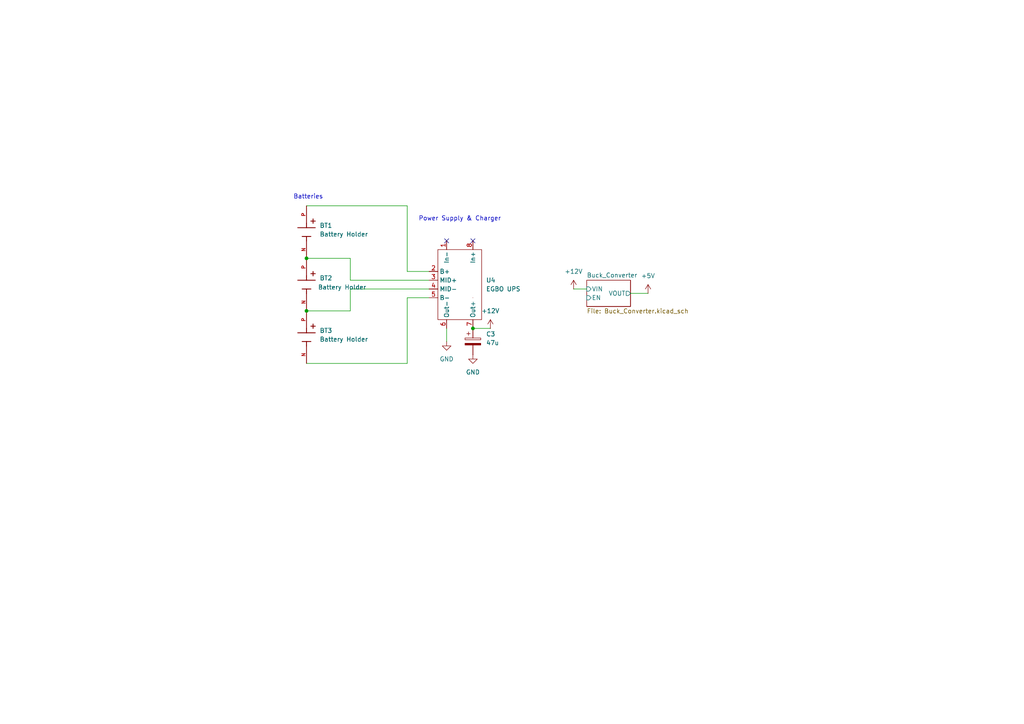
<source format=kicad_sch>
(kicad_sch
	(version 20250114)
	(generator "eeschema")
	(generator_version "9.0")
	(uuid "2a483e07-b141-4716-a790-46e9fe5a1527")
	(paper "A4")
	(lib_symbols
		(symbol "Device:C_Polarized"
			(pin_numbers
				(hide yes)
			)
			(pin_names
				(offset 0.254)
			)
			(exclude_from_sim no)
			(in_bom yes)
			(on_board yes)
			(property "Reference" "C"
				(at 0.635 2.54 0)
				(effects
					(font
						(size 1.27 1.27)
					)
					(justify left)
				)
			)
			(property "Value" "C_Polarized"
				(at 0.635 -2.54 0)
				(effects
					(font
						(size 1.27 1.27)
					)
					(justify left)
				)
			)
			(property "Footprint" ""
				(at 0.9652 -3.81 0)
				(effects
					(font
						(size 1.27 1.27)
					)
					(hide yes)
				)
			)
			(property "Datasheet" "~"
				(at 0 0 0)
				(effects
					(font
						(size 1.27 1.27)
					)
					(hide yes)
				)
			)
			(property "Description" "Polarized capacitor"
				(at 0 0 0)
				(effects
					(font
						(size 1.27 1.27)
					)
					(hide yes)
				)
			)
			(property "ki_keywords" "cap capacitor"
				(at 0 0 0)
				(effects
					(font
						(size 1.27 1.27)
					)
					(hide yes)
				)
			)
			(property "ki_fp_filters" "CP_*"
				(at 0 0 0)
				(effects
					(font
						(size 1.27 1.27)
					)
					(hide yes)
				)
			)
			(symbol "C_Polarized_0_1"
				(rectangle
					(start -2.286 0.508)
					(end 2.286 1.016)
					(stroke
						(width 0)
						(type default)
					)
					(fill
						(type none)
					)
				)
				(polyline
					(pts
						(xy -1.778 2.286) (xy -0.762 2.286)
					)
					(stroke
						(width 0)
						(type default)
					)
					(fill
						(type none)
					)
				)
				(polyline
					(pts
						(xy -1.27 2.794) (xy -1.27 1.778)
					)
					(stroke
						(width 0)
						(type default)
					)
					(fill
						(type none)
					)
				)
				(rectangle
					(start 2.286 -0.508)
					(end -2.286 -1.016)
					(stroke
						(width 0)
						(type default)
					)
					(fill
						(type outline)
					)
				)
			)
			(symbol "C_Polarized_1_1"
				(pin passive line
					(at 0 3.81 270)
					(length 2.794)
					(name "~"
						(effects
							(font
								(size 1.27 1.27)
							)
						)
					)
					(number "1"
						(effects
							(font
								(size 1.27 1.27)
							)
						)
					)
				)
				(pin passive line
					(at 0 -3.81 90)
					(length 2.794)
					(name "~"
						(effects
							(font
								(size 1.27 1.27)
							)
						)
					)
					(number "2"
						(effects
							(font
								(size 1.27 1.27)
							)
						)
					)
				)
			)
			(embedded_fonts no)
		)
		(symbol "power:+12V"
			(power)
			(pin_numbers
				(hide yes)
			)
			(pin_names
				(offset 0)
				(hide yes)
			)
			(exclude_from_sim no)
			(in_bom yes)
			(on_board yes)
			(property "Reference" "#PWR"
				(at 0 -3.81 0)
				(effects
					(font
						(size 1.27 1.27)
					)
					(hide yes)
				)
			)
			(property "Value" "+12V"
				(at 0 3.556 0)
				(effects
					(font
						(size 1.27 1.27)
					)
				)
			)
			(property "Footprint" ""
				(at 0 0 0)
				(effects
					(font
						(size 1.27 1.27)
					)
					(hide yes)
				)
			)
			(property "Datasheet" ""
				(at 0 0 0)
				(effects
					(font
						(size 1.27 1.27)
					)
					(hide yes)
				)
			)
			(property "Description" "Power symbol creates a global label with name \"+12V\""
				(at 0 0 0)
				(effects
					(font
						(size 1.27 1.27)
					)
					(hide yes)
				)
			)
			(property "ki_keywords" "global power"
				(at 0 0 0)
				(effects
					(font
						(size 1.27 1.27)
					)
					(hide yes)
				)
			)
			(symbol "+12V_0_1"
				(polyline
					(pts
						(xy -0.762 1.27) (xy 0 2.54)
					)
					(stroke
						(width 0)
						(type default)
					)
					(fill
						(type none)
					)
				)
				(polyline
					(pts
						(xy 0 2.54) (xy 0.762 1.27)
					)
					(stroke
						(width 0)
						(type default)
					)
					(fill
						(type none)
					)
				)
				(polyline
					(pts
						(xy 0 0) (xy 0 2.54)
					)
					(stroke
						(width 0)
						(type default)
					)
					(fill
						(type none)
					)
				)
			)
			(symbol "+12V_1_1"
				(pin power_in line
					(at 0 0 90)
					(length 0)
					(name "~"
						(effects
							(font
								(size 1.27 1.27)
							)
						)
					)
					(number "1"
						(effects
							(font
								(size 1.27 1.27)
							)
						)
					)
				)
			)
			(embedded_fonts no)
		)
		(symbol "power:+5V"
			(power)
			(pin_numbers
				(hide yes)
			)
			(pin_names
				(offset 0)
				(hide yes)
			)
			(exclude_from_sim no)
			(in_bom yes)
			(on_board yes)
			(property "Reference" "#PWR"
				(at 0 -3.81 0)
				(effects
					(font
						(size 1.27 1.27)
					)
					(hide yes)
				)
			)
			(property "Value" "+5V"
				(at 0 3.556 0)
				(effects
					(font
						(size 1.27 1.27)
					)
				)
			)
			(property "Footprint" ""
				(at 0 0 0)
				(effects
					(font
						(size 1.27 1.27)
					)
					(hide yes)
				)
			)
			(property "Datasheet" ""
				(at 0 0 0)
				(effects
					(font
						(size 1.27 1.27)
					)
					(hide yes)
				)
			)
			(property "Description" "Power symbol creates a global label with name \"+5V\""
				(at 0 0 0)
				(effects
					(font
						(size 1.27 1.27)
					)
					(hide yes)
				)
			)
			(property "ki_keywords" "global power"
				(at 0 0 0)
				(effects
					(font
						(size 1.27 1.27)
					)
					(hide yes)
				)
			)
			(symbol "+5V_0_1"
				(polyline
					(pts
						(xy -0.762 1.27) (xy 0 2.54)
					)
					(stroke
						(width 0)
						(type default)
					)
					(fill
						(type none)
					)
				)
				(polyline
					(pts
						(xy 0 2.54) (xy 0.762 1.27)
					)
					(stroke
						(width 0)
						(type default)
					)
					(fill
						(type none)
					)
				)
				(polyline
					(pts
						(xy 0 0) (xy 0 2.54)
					)
					(stroke
						(width 0)
						(type default)
					)
					(fill
						(type none)
					)
				)
			)
			(symbol "+5V_1_1"
				(pin power_in line
					(at 0 0 90)
					(length 0)
					(name "~"
						(effects
							(font
								(size 1.27 1.27)
							)
						)
					)
					(number "1"
						(effects
							(font
								(size 1.27 1.27)
							)
						)
					)
				)
			)
			(embedded_fonts no)
		)
		(symbol "power:GND"
			(power)
			(pin_numbers
				(hide yes)
			)
			(pin_names
				(offset 0)
				(hide yes)
			)
			(exclude_from_sim no)
			(in_bom yes)
			(on_board yes)
			(property "Reference" "#PWR"
				(at 0 -6.35 0)
				(effects
					(font
						(size 1.27 1.27)
					)
					(hide yes)
				)
			)
			(property "Value" "GND"
				(at 0 -3.81 0)
				(effects
					(font
						(size 1.27 1.27)
					)
				)
			)
			(property "Footprint" ""
				(at 0 0 0)
				(effects
					(font
						(size 1.27 1.27)
					)
					(hide yes)
				)
			)
			(property "Datasheet" ""
				(at 0 0 0)
				(effects
					(font
						(size 1.27 1.27)
					)
					(hide yes)
				)
			)
			(property "Description" "Power symbol creates a global label with name \"GND\" , ground"
				(at 0 0 0)
				(effects
					(font
						(size 1.27 1.27)
					)
					(hide yes)
				)
			)
			(property "ki_keywords" "global power"
				(at 0 0 0)
				(effects
					(font
						(size 1.27 1.27)
					)
					(hide yes)
				)
			)
			(symbol "GND_0_1"
				(polyline
					(pts
						(xy 0 0) (xy 0 -1.27) (xy 1.27 -1.27) (xy 0 -2.54) (xy -1.27 -1.27) (xy 0 -1.27)
					)
					(stroke
						(width 0)
						(type default)
					)
					(fill
						(type none)
					)
				)
			)
			(symbol "GND_1_1"
				(pin power_in line
					(at 0 0 270)
					(length 0)
					(name "~"
						(effects
							(font
								(size 1.27 1.27)
							)
						)
					)
					(number "1"
						(effects
							(font
								(size 1.27 1.27)
							)
						)
					)
				)
			)
			(embedded_fonts no)
		)
		(symbol "spinning_top:Battery Holder"
			(pin_names
				(offset 1.016)
			)
			(exclude_from_sim no)
			(in_bom yes)
			(on_board yes)
			(property "Reference" "BT"
				(at -1.27 3.81 0)
				(effects
					(font
						(size 1.27 1.27)
					)
					(justify left bottom)
					(hide yes)
				)
			)
			(property "Value" "Battery Holder"
				(at -5.842 -4.572 0)
				(effects
					(font
						(size 1.27 1.27)
					)
					(justify left bottom)
					(hide yes)
				)
			)
			(property "Footprint" "1042:BAT_1042"
				(at 0.762 6.35 0)
				(effects
					(font
						(size 1.27 1.27)
					)
					(justify bottom)
					(hide yes)
				)
			)
			(property "Datasheet" ""
				(at 0 0 0)
				(effects
					(font
						(size 1.27 1.27)
					)
					(hide yes)
				)
			)
			(property "Description" ""
				(at 0 0 0)
				(effects
					(font
						(size 1.27 1.27)
					)
					(hide yes)
				)
			)
			(symbol "Battery Holder_0_0"
				(polyline
					(pts
						(xy -3.81 1.905) (xy -2.54 1.905)
					)
					(stroke
						(width 0.254)
						(type default)
					)
					(fill
						(type none)
					)
				)
				(polyline
					(pts
						(xy -3.175 2.54) (xy -3.175 1.27)
					)
					(stroke
						(width 0.254)
						(type default)
					)
					(fill
						(type none)
					)
				)
				(polyline
					(pts
						(xy -1.27 2.54) (xy -1.27 0)
					)
					(stroke
						(width 0.254)
						(type default)
					)
					(fill
						(type none)
					)
				)
				(polyline
					(pts
						(xy -1.27 0) (xy -2.54 0)
					)
					(stroke
						(width 0.254)
						(type default)
					)
					(fill
						(type none)
					)
				)
				(polyline
					(pts
						(xy -1.27 0) (xy -1.27 -2.54)
					)
					(stroke
						(width 0.254)
						(type default)
					)
					(fill
						(type none)
					)
				)
				(polyline
					(pts
						(xy 1.27 1.27) (xy 1.27 0)
					)
					(stroke
						(width 0.254)
						(type default)
					)
					(fill
						(type none)
					)
				)
				(polyline
					(pts
						(xy 1.27 0) (xy 1.27 -1.27)
					)
					(stroke
						(width 0.254)
						(type default)
					)
					(fill
						(type none)
					)
				)
				(polyline
					(pts
						(xy 1.27 0) (xy 2.54 0)
					)
					(stroke
						(width 0.254)
						(type default)
					)
					(fill
						(type none)
					)
				)
				(pin passive line
					(at -7.62 0 0)
					(length 5.08)
					(name "~"
						(effects
							(font
								(size 1.016 1.016)
							)
						)
					)
					(number "P"
						(effects
							(font
								(size 1.016 1.016)
							)
						)
					)
				)
				(pin passive line
					(at 7.62 0 180)
					(length 5.08)
					(name "~"
						(effects
							(font
								(size 1.016 1.016)
							)
						)
					)
					(number "N"
						(effects
							(font
								(size 1.016 1.016)
							)
						)
					)
				)
			)
			(embedded_fonts no)
		)
		(symbol "spinning_top:EGBO_UPS"
			(exclude_from_sim no)
			(in_bom yes)
			(on_board yes)
			(property "Reference" "U"
				(at 0 0 0)
				(effects
					(font
						(size 1.27 1.27)
					)
				)
			)
			(property "Value" "Power Supply & Charger"
				(at 0 0 0)
				(effects
					(font
						(size 1.27 1.27)
					)
				)
			)
			(property "Footprint" ""
				(at 0 0 0)
				(effects
					(font
						(size 1.27 1.27)
					)
					(hide yes)
				)
			)
			(property "Datasheet" ""
				(at 0 0 0)
				(effects
					(font
						(size 1.27 1.27)
					)
					(hide yes)
				)
			)
			(property "Description" ""
				(at 0 0 0)
				(effects
					(font
						(size 1.27 1.27)
					)
					(hide yes)
				)
			)
			(symbol "EGBO_UPS_0_1"
				(rectangle
					(start -6.35 10.16)
					(end 6.35 -10.16)
					(stroke
						(width 0)
						(type default)
					)
					(fill
						(type none)
					)
				)
				(rectangle
					(start 3.81 -3.81)
					(end 3.81 -3.81)
					(stroke
						(width 0)
						(type default)
					)
					(fill
						(type none)
					)
				)
			)
			(symbol "EGBO_UPS_1_1"
				(pin bidirectional line
					(at -8.89 3.81 0)
					(length 2.54)
					(name "B+"
						(effects
							(font
								(size 1.27 1.27)
							)
						)
					)
					(number "2"
						(effects
							(font
								(size 1.27 1.27)
							)
						)
					)
				)
				(pin bidirectional line
					(at -8.89 1.27 0)
					(length 2.54)
					(name "MID+"
						(effects
							(font
								(size 1.27 1.27)
							)
						)
					)
					(number "3"
						(effects
							(font
								(size 1.27 1.27)
							)
						)
					)
				)
				(pin bidirectional line
					(at -8.89 -1.27 0)
					(length 2.54)
					(name "MID-"
						(effects
							(font
								(size 1.27 1.27)
							)
						)
					)
					(number "4"
						(effects
							(font
								(size 1.27 1.27)
							)
						)
					)
				)
				(pin bidirectional line
					(at -8.89 -3.81 0)
					(length 2.54)
					(name "B-"
						(effects
							(font
								(size 1.27 1.27)
							)
						)
					)
					(number "5"
						(effects
							(font
								(size 1.27 1.27)
							)
						)
					)
				)
				(pin power_in line
					(at -3.81 12.7 270)
					(length 2.54)
					(name "In-"
						(effects
							(font
								(size 1.27 1.27)
							)
						)
					)
					(number "1"
						(effects
							(font
								(size 1.27 1.27)
							)
						)
					)
				)
				(pin power_out line
					(at -3.81 -12.7 90)
					(length 2.54)
					(name "Out-"
						(effects
							(font
								(size 1.27 1.27)
							)
						)
					)
					(number "6"
						(effects
							(font
								(size 1.27 1.27)
							)
						)
					)
				)
				(pin power_in line
					(at 3.81 12.7 270)
					(length 2.54)
					(name "In+"
						(effects
							(font
								(size 1.27 1.27)
							)
						)
					)
					(number "8"
						(effects
							(font
								(size 1.27 1.27)
							)
						)
					)
				)
				(pin power_out line
					(at 3.81 -12.7 90)
					(length 2.54)
					(name "Out+"
						(effects
							(font
								(size 1.27 1.27)
							)
						)
					)
					(number "7"
						(effects
							(font
								(size 1.27 1.27)
							)
						)
					)
				)
			)
			(embedded_fonts no)
		)
	)
	(text "Batteries\n"
		(exclude_from_sim no)
		(at 89.408 57.15 0)
		(effects
			(font
				(size 1.27 1.27)
			)
		)
		(uuid "1790bbf5-4a9e-4b4a-98c4-aeb35d214439")
	)
	(text "Power Supply & Charger \n"
		(exclude_from_sim no)
		(at 133.858 63.5 0)
		(effects
			(font
				(size 1.27 1.27)
			)
		)
		(uuid "66b5cb59-0a47-410d-81a7-d5558af7d93b")
	)
	(junction
		(at 137.16 95.25)
		(diameter 0)
		(color 0 0 0 0)
		(uuid "0209dd73-77af-4580-856a-49442ce6fd67")
	)
	(junction
		(at 88.9 74.93)
		(diameter 0)
		(color 0 0 0 0)
		(uuid "562c5797-7456-4646-ae7e-49cf9eacc128")
	)
	(junction
		(at 88.9 90.17)
		(diameter 0)
		(color 0 0 0 0)
		(uuid "b438268c-1bb3-4302-9cf4-46c4fcbb6ddd")
	)
	(no_connect
		(at 137.16 69.85)
		(uuid "17e2d199-0845-402c-93fd-034b481b61b8")
	)
	(no_connect
		(at 129.54 69.85)
		(uuid "97cc29dc-19de-4324-af2b-e1b5758a6498")
	)
	(wire
		(pts
			(xy 101.6 74.93) (xy 101.6 81.28)
		)
		(stroke
			(width 0)
			(type default)
		)
		(uuid "04ca7f42-0da0-44fd-9419-647edd1fd526")
	)
	(wire
		(pts
			(xy 101.6 83.82) (xy 124.46 83.82)
		)
		(stroke
			(width 0)
			(type default)
		)
		(uuid "117b73a4-7856-400e-a165-698f37e43797")
	)
	(wire
		(pts
			(xy 101.6 90.17) (xy 101.6 83.82)
		)
		(stroke
			(width 0)
			(type default)
		)
		(uuid "1c607b15-9544-4cb0-91fd-cb5bb8256596")
	)
	(wire
		(pts
			(xy 88.9 59.69) (xy 118.11 59.69)
		)
		(stroke
			(width 0)
			(type default)
		)
		(uuid "52a68b4f-bbe0-4876-a4d8-21703cbee1da")
	)
	(wire
		(pts
			(xy 129.54 95.25) (xy 129.54 99.06)
		)
		(stroke
			(width 0)
			(type default)
		)
		(uuid "5a1ff1d3-26f9-41fa-acc8-961037c3fea9")
	)
	(wire
		(pts
			(xy 88.9 105.41) (xy 118.11 105.41)
		)
		(stroke
			(width 0)
			(type default)
		)
		(uuid "5c9ed59f-5c75-42b4-b9a5-bf492fc75f81")
	)
	(wire
		(pts
			(xy 118.11 86.36) (xy 124.46 86.36)
		)
		(stroke
			(width 0)
			(type default)
		)
		(uuid "75986b83-3565-4e1e-ab22-5bc2ce614101")
	)
	(wire
		(pts
			(xy 88.9 90.17) (xy 101.6 90.17)
		)
		(stroke
			(width 0)
			(type default)
		)
		(uuid "76107b2f-c101-424c-8d38-12313fcb77cb")
	)
	(wire
		(pts
			(xy 118.11 78.74) (xy 124.46 78.74)
		)
		(stroke
			(width 0)
			(type default)
		)
		(uuid "9457bae1-5c1c-48b4-ae6f-be3cbe53c36a")
	)
	(wire
		(pts
			(xy 88.9 74.93) (xy 101.6 74.93)
		)
		(stroke
			(width 0)
			(type default)
		)
		(uuid "a4712b1a-e327-41dd-a634-2d27ee42a586")
	)
	(wire
		(pts
			(xy 101.6 81.28) (xy 124.46 81.28)
		)
		(stroke
			(width 0)
			(type default)
		)
		(uuid "d2181d33-2b0f-4f81-b956-03f9a05d6846")
	)
	(wire
		(pts
			(xy 137.16 95.25) (xy 142.24 95.25)
		)
		(stroke
			(width 0)
			(type default)
		)
		(uuid "d2bb9eaa-d5d7-45db-8afa-5b877f772fb4")
	)
	(wire
		(pts
			(xy 118.11 59.69) (xy 118.11 78.74)
		)
		(stroke
			(width 0)
			(type default)
		)
		(uuid "d8e6a72d-390c-4573-8233-fd6aa411ac59")
	)
	(wire
		(pts
			(xy 182.88 85.09) (xy 187.96 85.09)
		)
		(stroke
			(width 0)
			(type default)
		)
		(uuid "e62d88fc-7a33-4881-a45a-95b02f53a0ca")
	)
	(wire
		(pts
			(xy 118.11 105.41) (xy 118.11 86.36)
		)
		(stroke
			(width 0)
			(type default)
		)
		(uuid "fee5a8b6-33cc-4441-bfa4-e19613ec2703")
	)
	(wire
		(pts
			(xy 166.37 83.82) (xy 170.18 83.82)
		)
		(stroke
			(width 0)
			(type default)
		)
		(uuid "ff7bacfe-a3fe-4f59-b791-7304d71df75e")
	)
	(symbol
		(lib_id "spinning_top:EGBO_UPS")
		(at 133.35 82.55 0)
		(unit 1)
		(exclude_from_sim no)
		(in_bom yes)
		(on_board yes)
		(dnp no)
		(fields_autoplaced yes)
		(uuid "1ac2226a-4bae-479d-9f10-5b2f4e166b33")
		(property "Reference" "U4"
			(at 140.97 81.2799 0)
			(effects
				(font
					(size 1.27 1.27)
				)
				(justify left)
			)
		)
		(property "Value" "EGBO UPS"
			(at 140.97 83.8199 0)
			(effects
				(font
					(size 1.27 1.27)
				)
				(justify left)
			)
		)
		(property "Footprint" ""
			(at 133.35 82.55 0)
			(effects
				(font
					(size 1.27 1.27)
				)
				(hide yes)
			)
		)
		(property "Datasheet" ""
			(at 133.35 82.55 0)
			(effects
				(font
					(size 1.27 1.27)
				)
				(hide yes)
			)
		)
		(property "Description" ""
			(at 133.35 82.55 0)
			(effects
				(font
					(size 1.27 1.27)
				)
				(hide yes)
			)
		)
		(pin "4"
			(uuid "efa1dff9-e9c6-42f6-9a10-11eb86f97b5b")
		)
		(pin "6"
			(uuid "1613e9c1-f214-404b-aa2e-303b8daa22e8")
		)
		(pin "3"
			(uuid "20cdb8b2-21d1-4718-bd27-c7e458c9fe91")
		)
		(pin "5"
			(uuid "bdd70b96-33ea-4b1b-a28d-099592c6bc40")
		)
		(pin "2"
			(uuid "00bcb3d1-6399-47a2-bccd-e5cdf70e1d57")
		)
		(pin "1"
			(uuid "12b34e23-870a-4edf-baed-455f7fb02abc")
		)
		(pin "7"
			(uuid "432f0f0c-6cbc-464a-873a-467fd0b27ebe")
		)
		(pin "8"
			(uuid "f6ca1939-ef4e-4a38-a7d6-dfc935208a61")
		)
		(instances
			(project "Smart_Spinner"
				(path "/f709486d-613a-44bb-9859-6d5f77e05693/6285590c-ce2a-4b4d-8f7b-9d941974f9a2"
					(reference "U4")
					(unit 1)
				)
			)
		)
	)
	(symbol
		(lib_id "spinning_top:Battery Holder")
		(at 88.9 97.79 270)
		(unit 1)
		(exclude_from_sim no)
		(in_bom yes)
		(on_board yes)
		(dnp no)
		(fields_autoplaced yes)
		(uuid "2e07a5e4-1fc8-4680-918c-589df8d1711c")
		(property "Reference" "BT3"
			(at 92.71 95.8849 90)
			(effects
				(font
					(size 1.27 1.27)
				)
				(justify left)
			)
		)
		(property "Value" "Battery Holder"
			(at 92.71 98.4249 90)
			(effects
				(font
					(size 1.27 1.27)
				)
				(justify left)
			)
		)
		(property "Footprint" "1042:BAT_1042"
			(at 95.25 98.552 0)
			(effects
				(font
					(size 1.27 1.27)
				)
				(justify bottom)
				(hide yes)
			)
		)
		(property "Datasheet" ""
			(at 88.9 97.79 0)
			(effects
				(font
					(size 1.27 1.27)
				)
				(hide yes)
			)
		)
		(property "Description" ""
			(at 88.9 97.79 0)
			(effects
				(font
					(size 1.27 1.27)
				)
				(hide yes)
			)
		)
		(pin "N"
			(uuid "aa860c31-4663-4372-b8f9-99ba29fba396")
		)
		(pin "P"
			(uuid "dca9e210-72d9-4479-8fb2-7adb9855be4d")
		)
		(instances
			(project "Smart_Spinner"
				(path "/f709486d-613a-44bb-9859-6d5f77e05693/6285590c-ce2a-4b4d-8f7b-9d941974f9a2"
					(reference "BT3")
					(unit 1)
				)
			)
		)
	)
	(symbol
		(lib_id "power:GND")
		(at 137.16 102.87 0)
		(unit 1)
		(exclude_from_sim no)
		(in_bom yes)
		(on_board yes)
		(dnp no)
		(fields_autoplaced yes)
		(uuid "314ffd7b-b3bc-40a1-9971-796b8df3d913")
		(property "Reference" "#PWR016"
			(at 137.16 109.22 0)
			(effects
				(font
					(size 1.27 1.27)
				)
				(hide yes)
			)
		)
		(property "Value" "GND"
			(at 137.16 107.95 0)
			(effects
				(font
					(size 1.27 1.27)
				)
			)
		)
		(property "Footprint" ""
			(at 137.16 102.87 0)
			(effects
				(font
					(size 1.27 1.27)
				)
				(hide yes)
			)
		)
		(property "Datasheet" ""
			(at 137.16 102.87 0)
			(effects
				(font
					(size 1.27 1.27)
				)
				(hide yes)
			)
		)
		(property "Description" "Power symbol creates a global label with name \"GND\" , ground"
			(at 137.16 102.87 0)
			(effects
				(font
					(size 1.27 1.27)
				)
				(hide yes)
			)
		)
		(pin "1"
			(uuid "eae980db-21a9-42ac-b74e-2cd7ad045794")
		)
		(instances
			(project "Smart_Spinner"
				(path "/f709486d-613a-44bb-9859-6d5f77e05693/6285590c-ce2a-4b4d-8f7b-9d941974f9a2"
					(reference "#PWR016")
					(unit 1)
				)
			)
		)
	)
	(symbol
		(lib_id "power:+12V")
		(at 166.37 83.82 0)
		(unit 1)
		(exclude_from_sim no)
		(in_bom yes)
		(on_board yes)
		(dnp no)
		(fields_autoplaced yes)
		(uuid "39c909aa-dc24-4c83-8bae-e16ad6f73a3f")
		(property "Reference" "#PWR08"
			(at 166.37 87.63 0)
			(effects
				(font
					(size 1.27 1.27)
				)
				(hide yes)
			)
		)
		(property "Value" "+12V"
			(at 166.37 78.74 0)
			(effects
				(font
					(size 1.27 1.27)
				)
			)
		)
		(property "Footprint" ""
			(at 166.37 83.82 0)
			(effects
				(font
					(size 1.27 1.27)
				)
				(hide yes)
			)
		)
		(property "Datasheet" ""
			(at 166.37 83.82 0)
			(effects
				(font
					(size 1.27 1.27)
				)
				(hide yes)
			)
		)
		(property "Description" "Power symbol creates a global label with name \"+12V\""
			(at 166.37 83.82 0)
			(effects
				(font
					(size 1.27 1.27)
				)
				(hide yes)
			)
		)
		(pin "1"
			(uuid "4c75a0c2-7f35-4de3-8089-a06f705c2b70")
		)
		(instances
			(project "Smart_Spinner"
				(path "/f709486d-613a-44bb-9859-6d5f77e05693/6285590c-ce2a-4b4d-8f7b-9d941974f9a2"
					(reference "#PWR08")
					(unit 1)
				)
			)
		)
	)
	(symbol
		(lib_id "power:+12V")
		(at 142.24 95.25 0)
		(unit 1)
		(exclude_from_sim no)
		(in_bom yes)
		(on_board yes)
		(dnp no)
		(fields_autoplaced yes)
		(uuid "7621a045-fb9c-4275-b39a-c01ad01ccdc2")
		(property "Reference" "#PWR010"
			(at 142.24 99.06 0)
			(effects
				(font
					(size 1.27 1.27)
				)
				(hide yes)
			)
		)
		(property "Value" "+12V"
			(at 142.24 90.17 0)
			(effects
				(font
					(size 1.27 1.27)
				)
			)
		)
		(property "Footprint" ""
			(at 142.24 95.25 0)
			(effects
				(font
					(size 1.27 1.27)
				)
				(hide yes)
			)
		)
		(property "Datasheet" ""
			(at 142.24 95.25 0)
			(effects
				(font
					(size 1.27 1.27)
				)
				(hide yes)
			)
		)
		(property "Description" "Power symbol creates a global label with name \"+12V\""
			(at 142.24 95.25 0)
			(effects
				(font
					(size 1.27 1.27)
				)
				(hide yes)
			)
		)
		(pin "1"
			(uuid "2c5195b2-01ed-4e8e-8883-1177bc5b52d9")
		)
		(instances
			(project "Smart_Spinner"
				(path "/f709486d-613a-44bb-9859-6d5f77e05693/6285590c-ce2a-4b4d-8f7b-9d941974f9a2"
					(reference "#PWR010")
					(unit 1)
				)
			)
		)
	)
	(symbol
		(lib_id "power:+5V")
		(at 187.96 85.09 0)
		(unit 1)
		(exclude_from_sim no)
		(in_bom yes)
		(on_board yes)
		(dnp no)
		(fields_autoplaced yes)
		(uuid "917722fb-b4b4-431b-8bc0-f408900b8dd1")
		(property "Reference" "#PWR07"
			(at 187.96 88.9 0)
			(effects
				(font
					(size 1.27 1.27)
				)
				(hide yes)
			)
		)
		(property "Value" "+5V"
			(at 187.96 80.01 0)
			(effects
				(font
					(size 1.27 1.27)
				)
			)
		)
		(property "Footprint" ""
			(at 187.96 85.09 0)
			(effects
				(font
					(size 1.27 1.27)
				)
				(hide yes)
			)
		)
		(property "Datasheet" ""
			(at 187.96 85.09 0)
			(effects
				(font
					(size 1.27 1.27)
				)
				(hide yes)
			)
		)
		(property "Description" "Power symbol creates a global label with name \"+5V\""
			(at 187.96 85.09 0)
			(effects
				(font
					(size 1.27 1.27)
				)
				(hide yes)
			)
		)
		(pin "1"
			(uuid "c90d790b-e78d-492f-99c6-464ff03b50c0")
		)
		(instances
			(project "Smart_Spinner"
				(path "/f709486d-613a-44bb-9859-6d5f77e05693/6285590c-ce2a-4b4d-8f7b-9d941974f9a2"
					(reference "#PWR07")
					(unit 1)
				)
			)
		)
	)
	(symbol
		(lib_id "spinning_top:Battery Holder")
		(at 88.9 82.55 270)
		(unit 1)
		(exclude_from_sim no)
		(in_bom yes)
		(on_board yes)
		(dnp no)
		(uuid "ba7422bc-5318-4737-bd1f-8edb24d3a58b")
		(property "Reference" "BT2"
			(at 92.71 80.6449 90)
			(effects
				(font
					(size 1.27 1.27)
				)
				(justify left)
			)
		)
		(property "Value" "Battery Holder"
			(at 92.202 83.312 90)
			(effects
				(font
					(size 1.27 1.27)
				)
				(justify left)
			)
		)
		(property "Footprint" "1042:BAT_1042"
			(at 95.25 83.312 0)
			(effects
				(font
					(size 1.27 1.27)
				)
				(justify bottom)
				(hide yes)
			)
		)
		(property "Datasheet" ""
			(at 88.9 82.55 0)
			(effects
				(font
					(size 1.27 1.27)
				)
				(hide yes)
			)
		)
		(property "Description" ""
			(at 88.9 82.55 0)
			(effects
				(font
					(size 1.27 1.27)
				)
				(hide yes)
			)
		)
		(pin "P"
			(uuid "2a240172-5493-4bf7-a7f1-1e5da796e306")
		)
		(pin "N"
			(uuid "acfd6778-f471-49ff-91a4-2e7a07eb685d")
		)
		(instances
			(project "Smart_Spinner"
				(path "/f709486d-613a-44bb-9859-6d5f77e05693/6285590c-ce2a-4b4d-8f7b-9d941974f9a2"
					(reference "BT2")
					(unit 1)
				)
			)
		)
	)
	(symbol
		(lib_id "spinning_top:Battery Holder")
		(at 88.9 67.31 270)
		(unit 1)
		(exclude_from_sim no)
		(in_bom yes)
		(on_board yes)
		(dnp no)
		(fields_autoplaced yes)
		(uuid "cb7b8760-a5bc-42d5-84cf-b23c82a1bd20")
		(property "Reference" "BT1"
			(at 92.71 65.4049 90)
			(effects
				(font
					(size 1.27 1.27)
				)
				(justify left)
			)
		)
		(property "Value" "Battery Holder"
			(at 92.71 67.9449 90)
			(effects
				(font
					(size 1.27 1.27)
				)
				(justify left)
			)
		)
		(property "Footprint" "1042:BAT_1042"
			(at 95.25 68.072 0)
			(effects
				(font
					(size 1.27 1.27)
				)
				(justify bottom)
				(hide yes)
			)
		)
		(property "Datasheet" ""
			(at 88.9 67.31 0)
			(effects
				(font
					(size 1.27 1.27)
				)
				(hide yes)
			)
		)
		(property "Description" ""
			(at 88.9 67.31 0)
			(effects
				(font
					(size 1.27 1.27)
				)
				(hide yes)
			)
		)
		(pin "N"
			(uuid "61f86f72-5e99-4be4-aeca-cb2bca969299")
		)
		(pin "P"
			(uuid "aa0f6c24-8bd4-44b0-8c7b-de293ca28d70")
		)
		(instances
			(project "Smart_Spinner"
				(path "/f709486d-613a-44bb-9859-6d5f77e05693/6285590c-ce2a-4b4d-8f7b-9d941974f9a2"
					(reference "BT1")
					(unit 1)
				)
			)
		)
	)
	(symbol
		(lib_id "Device:C_Polarized")
		(at 137.16 99.06 0)
		(unit 1)
		(exclude_from_sim no)
		(in_bom yes)
		(on_board yes)
		(dnp no)
		(fields_autoplaced yes)
		(uuid "e5b19a43-295b-45c3-9b03-38cfb7a0fcc4")
		(property "Reference" "C3"
			(at 140.97 96.9009 0)
			(effects
				(font
					(size 1.27 1.27)
				)
				(justify left)
			)
		)
		(property "Value" "47u"
			(at 140.97 99.4409 0)
			(effects
				(font
					(size 1.27 1.27)
				)
				(justify left)
			)
		)
		(property "Footprint" ""
			(at 138.1252 102.87 0)
			(effects
				(font
					(size 1.27 1.27)
				)
				(hide yes)
			)
		)
		(property "Datasheet" "~"
			(at 137.16 99.06 0)
			(effects
				(font
					(size 1.27 1.27)
				)
				(hide yes)
			)
		)
		(property "Description" "Polarized capacitor"
			(at 137.16 99.06 0)
			(effects
				(font
					(size 1.27 1.27)
				)
				(hide yes)
			)
		)
		(pin "1"
			(uuid "09de1ed1-489c-4d67-80cc-f25e84059b15")
		)
		(pin "2"
			(uuid "8b051d28-06fd-4b3e-8caa-cd649175c4bd")
		)
		(instances
			(project "Smart_Spinner"
				(path "/f709486d-613a-44bb-9859-6d5f77e05693/6285590c-ce2a-4b4d-8f7b-9d941974f9a2"
					(reference "C3")
					(unit 1)
				)
			)
		)
	)
	(symbol
		(lib_id "power:GND")
		(at 129.54 99.06 0)
		(unit 1)
		(exclude_from_sim no)
		(in_bom yes)
		(on_board yes)
		(dnp no)
		(fields_autoplaced yes)
		(uuid "e8d4a045-34d9-4976-8936-4725f427e732")
		(property "Reference" "#PWR09"
			(at 129.54 105.41 0)
			(effects
				(font
					(size 1.27 1.27)
				)
				(hide yes)
			)
		)
		(property "Value" "GND"
			(at 129.54 104.14 0)
			(effects
				(font
					(size 1.27 1.27)
				)
			)
		)
		(property "Footprint" ""
			(at 129.54 99.06 0)
			(effects
				(font
					(size 1.27 1.27)
				)
				(hide yes)
			)
		)
		(property "Datasheet" ""
			(at 129.54 99.06 0)
			(effects
				(font
					(size 1.27 1.27)
				)
				(hide yes)
			)
		)
		(property "Description" "Power symbol creates a global label with name \"GND\" , ground"
			(at 129.54 99.06 0)
			(effects
				(font
					(size 1.27 1.27)
				)
				(hide yes)
			)
		)
		(pin "1"
			(uuid "3bf62c66-210c-4959-9552-47990e1f843e")
		)
		(instances
			(project "Smart_Spinner"
				(path "/f709486d-613a-44bb-9859-6d5f77e05693/6285590c-ce2a-4b4d-8f7b-9d941974f9a2"
					(reference "#PWR09")
					(unit 1)
				)
			)
		)
	)
	(sheet
		(at 170.18 81.28)
		(size 12.7 7.62)
		(exclude_from_sim no)
		(in_bom yes)
		(on_board yes)
		(dnp no)
		(fields_autoplaced yes)
		(stroke
			(width 0.1524)
			(type solid)
		)
		(fill
			(color 0 0 0 0.0000)
		)
		(uuid "0d42ab92-6df8-4e2f-b817-fb873a6da883")
		(property "Sheetname" "Buck_Converter"
			(at 170.18 80.5684 0)
			(effects
				(font
					(size 1.27 1.27)
				)
				(justify left bottom)
			)
		)
		(property "Sheetfile" "Buck_Converter.kicad_sch"
			(at 170.18 89.4846 0)
			(effects
				(font
					(size 1.27 1.27)
				)
				(justify left top)
			)
		)
		(pin "EN" input
			(at 170.18 86.36 180)
			(uuid "73f4e335-5469-4be7-928c-ba22a3fce1c0")
			(effects
				(font
					(size 1.27 1.27)
				)
				(justify left)
			)
		)
		(pin "VIN" input
			(at 170.18 83.82 180)
			(uuid "83a2bff6-bbda-461f-8068-37255e992ee8")
			(effects
				(font
					(size 1.27 1.27)
				)
				(justify left)
			)
		)
		(pin "VOUT" output
			(at 182.88 85.09 0)
			(uuid "46fbca49-97be-4147-92ac-c851e0fa083b")
			(effects
				(font
					(size 1.27 1.27)
				)
				(justify right)
			)
		)
		(instances
			(project "Smart_Spinner"
				(path "/f709486d-613a-44bb-9859-6d5f77e05693/6285590c-ce2a-4b4d-8f7b-9d941974f9a2"
					(page "9")
				)
			)
		)
	)
)

</source>
